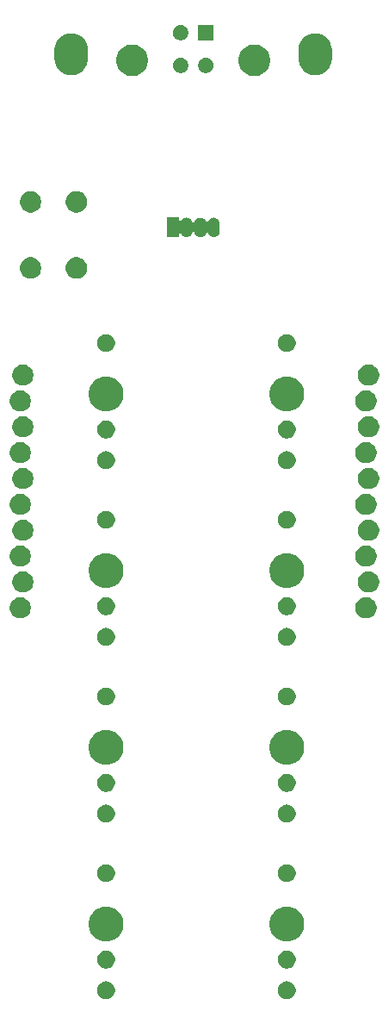
<source format=gbr>
G04 #@! TF.GenerationSoftware,KiCad,Pcbnew,(5.1.2)-2*
G04 #@! TF.CreationDate,2020-04-17T15:22:12-07:00*
G04 #@! TF.ProjectId,jackboard,6a61636b-626f-4617-9264-2e6b69636164,v2*
G04 #@! TF.SameCoordinates,Original*
G04 #@! TF.FileFunction,Soldermask,Top*
G04 #@! TF.FilePolarity,Negative*
%FSLAX46Y46*%
G04 Gerber Fmt 4.6, Leading zero omitted, Abs format (unit mm)*
G04 Created by KiCad (PCBNEW (5.1.2)-2) date 2020-04-17 15:22:12*
%MOMM*%
%LPD*%
G04 APERTURE LIST*
%ADD10C,0.100000*%
G04 APERTURE END LIST*
D10*
G36*
X146380899Y-152080832D02*
G01*
X146465520Y-152097664D01*
X146624942Y-152163699D01*
X146768418Y-152259566D01*
X146890434Y-152381582D01*
X146986301Y-152525058D01*
X147052336Y-152684480D01*
X147086000Y-152853721D01*
X147086000Y-153026279D01*
X147052336Y-153195520D01*
X146986301Y-153354942D01*
X146890434Y-153498418D01*
X146768418Y-153620434D01*
X146624942Y-153716301D01*
X146465520Y-153782336D01*
X146296280Y-153816000D01*
X146123720Y-153816000D01*
X145954480Y-153782336D01*
X145795058Y-153716301D01*
X145651582Y-153620434D01*
X145529566Y-153498418D01*
X145433699Y-153354942D01*
X145367664Y-153195520D01*
X145334000Y-153026279D01*
X145334000Y-152853721D01*
X145367664Y-152684480D01*
X145433699Y-152525058D01*
X145529566Y-152381582D01*
X145651582Y-152259566D01*
X145795058Y-152163699D01*
X145954480Y-152097664D01*
X146039101Y-152080832D01*
X146123720Y-152064000D01*
X146296280Y-152064000D01*
X146380899Y-152080832D01*
X146380899Y-152080832D01*
G37*
G36*
X128600899Y-152080832D02*
G01*
X128685520Y-152097664D01*
X128844942Y-152163699D01*
X128988418Y-152259566D01*
X129110434Y-152381582D01*
X129206301Y-152525058D01*
X129272336Y-152684480D01*
X129306000Y-152853721D01*
X129306000Y-153026279D01*
X129272336Y-153195520D01*
X129206301Y-153354942D01*
X129110434Y-153498418D01*
X128988418Y-153620434D01*
X128844942Y-153716301D01*
X128685520Y-153782336D01*
X128516280Y-153816000D01*
X128343720Y-153816000D01*
X128174480Y-153782336D01*
X128015058Y-153716301D01*
X127871582Y-153620434D01*
X127749566Y-153498418D01*
X127653699Y-153354942D01*
X127587664Y-153195520D01*
X127554000Y-153026279D01*
X127554000Y-152853721D01*
X127587664Y-152684480D01*
X127653699Y-152525058D01*
X127749566Y-152381582D01*
X127871582Y-152259566D01*
X128015058Y-152163699D01*
X128174480Y-152097664D01*
X128259101Y-152080832D01*
X128343720Y-152064000D01*
X128516280Y-152064000D01*
X128600899Y-152080832D01*
X128600899Y-152080832D01*
G37*
G36*
X128685520Y-149097664D02*
G01*
X128844942Y-149163699D01*
X128988418Y-149259566D01*
X129110434Y-149381582D01*
X129206301Y-149525058D01*
X129272336Y-149684480D01*
X129306000Y-149853721D01*
X129306000Y-150026279D01*
X129272336Y-150195520D01*
X129206301Y-150354942D01*
X129110434Y-150498418D01*
X128988418Y-150620434D01*
X128844942Y-150716301D01*
X128685520Y-150782336D01*
X128600899Y-150799168D01*
X128516280Y-150816000D01*
X128343720Y-150816000D01*
X128259101Y-150799168D01*
X128174480Y-150782336D01*
X128015058Y-150716301D01*
X127871582Y-150620434D01*
X127749566Y-150498418D01*
X127653699Y-150354942D01*
X127587664Y-150195520D01*
X127554000Y-150026279D01*
X127554000Y-149853721D01*
X127587664Y-149684480D01*
X127653699Y-149525058D01*
X127749566Y-149381582D01*
X127871582Y-149259566D01*
X128015058Y-149163699D01*
X128174480Y-149097664D01*
X128343720Y-149064000D01*
X128516280Y-149064000D01*
X128685520Y-149097664D01*
X128685520Y-149097664D01*
G37*
G36*
X146465520Y-149097664D02*
G01*
X146624942Y-149163699D01*
X146768418Y-149259566D01*
X146890434Y-149381582D01*
X146986301Y-149525058D01*
X147052336Y-149684480D01*
X147086000Y-149853721D01*
X147086000Y-150026279D01*
X147052336Y-150195520D01*
X146986301Y-150354942D01*
X146890434Y-150498418D01*
X146768418Y-150620434D01*
X146624942Y-150716301D01*
X146465520Y-150782336D01*
X146380899Y-150799168D01*
X146296280Y-150816000D01*
X146123720Y-150816000D01*
X146039101Y-150799168D01*
X145954480Y-150782336D01*
X145795058Y-150716301D01*
X145651582Y-150620434D01*
X145529566Y-150498418D01*
X145433699Y-150354942D01*
X145367664Y-150195520D01*
X145334000Y-150026279D01*
X145334000Y-149853721D01*
X145367664Y-149684480D01*
X145433699Y-149525058D01*
X145529566Y-149381582D01*
X145651582Y-149259566D01*
X145795058Y-149163699D01*
X145954480Y-149097664D01*
X146123720Y-149064000D01*
X146296280Y-149064000D01*
X146465520Y-149097664D01*
X146465520Y-149097664D01*
G37*
G36*
X146541653Y-144772665D02*
G01*
X146705872Y-144805330D01*
X147015252Y-144933479D01*
X147293687Y-145119523D01*
X147530477Y-145356313D01*
X147716521Y-145634748D01*
X147844670Y-145944128D01*
X147910000Y-146272565D01*
X147910000Y-146607435D01*
X147844670Y-146935872D01*
X147716521Y-147245252D01*
X147530477Y-147523687D01*
X147293687Y-147760477D01*
X147015252Y-147946521D01*
X146705872Y-148074670D01*
X146541654Y-148107335D01*
X146377437Y-148140000D01*
X146042563Y-148140000D01*
X145878346Y-148107335D01*
X145714128Y-148074670D01*
X145404748Y-147946521D01*
X145126313Y-147760477D01*
X144889523Y-147523687D01*
X144703479Y-147245252D01*
X144575330Y-146935872D01*
X144510000Y-146607435D01*
X144510000Y-146272565D01*
X144575330Y-145944128D01*
X144703479Y-145634748D01*
X144889523Y-145356313D01*
X145126313Y-145119523D01*
X145404748Y-144933479D01*
X145714128Y-144805330D01*
X145878347Y-144772665D01*
X146042563Y-144740000D01*
X146377437Y-144740000D01*
X146541653Y-144772665D01*
X146541653Y-144772665D01*
G37*
G36*
X128761653Y-144772665D02*
G01*
X128925872Y-144805330D01*
X129235252Y-144933479D01*
X129513687Y-145119523D01*
X129750477Y-145356313D01*
X129936521Y-145634748D01*
X130064670Y-145944128D01*
X130130000Y-146272565D01*
X130130000Y-146607435D01*
X130064670Y-146935872D01*
X129936521Y-147245252D01*
X129750477Y-147523687D01*
X129513687Y-147760477D01*
X129235252Y-147946521D01*
X128925872Y-148074670D01*
X128761654Y-148107335D01*
X128597437Y-148140000D01*
X128262563Y-148140000D01*
X128098346Y-148107335D01*
X127934128Y-148074670D01*
X127624748Y-147946521D01*
X127346313Y-147760477D01*
X127109523Y-147523687D01*
X126923479Y-147245252D01*
X126795330Y-146935872D01*
X126730000Y-146607435D01*
X126730000Y-146272565D01*
X126795330Y-145944128D01*
X126923479Y-145634748D01*
X127109523Y-145356313D01*
X127346313Y-145119523D01*
X127624748Y-144933479D01*
X127934128Y-144805330D01*
X128098347Y-144772665D01*
X128262563Y-144740000D01*
X128597437Y-144740000D01*
X128761653Y-144772665D01*
X128761653Y-144772665D01*
G37*
G36*
X128685520Y-140597664D02*
G01*
X128844942Y-140663699D01*
X128988418Y-140759566D01*
X129110434Y-140881582D01*
X129206301Y-141025058D01*
X129272336Y-141184480D01*
X129306000Y-141353721D01*
X129306000Y-141526279D01*
X129272336Y-141695520D01*
X129206301Y-141854942D01*
X129110434Y-141998418D01*
X128988418Y-142120434D01*
X128844942Y-142216301D01*
X128685520Y-142282336D01*
X128516280Y-142316000D01*
X128343720Y-142316000D01*
X128174480Y-142282336D01*
X128015058Y-142216301D01*
X127871582Y-142120434D01*
X127749566Y-141998418D01*
X127653699Y-141854942D01*
X127587664Y-141695520D01*
X127554000Y-141526279D01*
X127554000Y-141353721D01*
X127587664Y-141184480D01*
X127653699Y-141025058D01*
X127749566Y-140881582D01*
X127871582Y-140759566D01*
X128015058Y-140663699D01*
X128174480Y-140597664D01*
X128343720Y-140564000D01*
X128516280Y-140564000D01*
X128685520Y-140597664D01*
X128685520Y-140597664D01*
G37*
G36*
X146465520Y-140597664D02*
G01*
X146624942Y-140663699D01*
X146768418Y-140759566D01*
X146890434Y-140881582D01*
X146986301Y-141025058D01*
X147052336Y-141184480D01*
X147086000Y-141353721D01*
X147086000Y-141526279D01*
X147052336Y-141695520D01*
X146986301Y-141854942D01*
X146890434Y-141998418D01*
X146768418Y-142120434D01*
X146624942Y-142216301D01*
X146465520Y-142282336D01*
X146296280Y-142316000D01*
X146123720Y-142316000D01*
X145954480Y-142282336D01*
X145795058Y-142216301D01*
X145651582Y-142120434D01*
X145529566Y-141998418D01*
X145433699Y-141854942D01*
X145367664Y-141695520D01*
X145334000Y-141526279D01*
X145334000Y-141353721D01*
X145367664Y-141184480D01*
X145433699Y-141025058D01*
X145529566Y-140881582D01*
X145651582Y-140759566D01*
X145795058Y-140663699D01*
X145954480Y-140597664D01*
X146123720Y-140564000D01*
X146296280Y-140564000D01*
X146465520Y-140597664D01*
X146465520Y-140597664D01*
G37*
G36*
X146380899Y-134724164D02*
G01*
X146465520Y-134740996D01*
X146624942Y-134807031D01*
X146768418Y-134902898D01*
X146890434Y-135024914D01*
X146986301Y-135168390D01*
X147052336Y-135327812D01*
X147086000Y-135497053D01*
X147086000Y-135669611D01*
X147052336Y-135838852D01*
X146986301Y-135998274D01*
X146890434Y-136141750D01*
X146768418Y-136263766D01*
X146624942Y-136359633D01*
X146465520Y-136425668D01*
X146380899Y-136442500D01*
X146296280Y-136459332D01*
X146123720Y-136459332D01*
X146039101Y-136442500D01*
X145954480Y-136425668D01*
X145795058Y-136359633D01*
X145651582Y-136263766D01*
X145529566Y-136141750D01*
X145433699Y-135998274D01*
X145367664Y-135838852D01*
X145334000Y-135669611D01*
X145334000Y-135497053D01*
X145367664Y-135327812D01*
X145433699Y-135168390D01*
X145529566Y-135024914D01*
X145651582Y-134902898D01*
X145795058Y-134807031D01*
X145954480Y-134740996D01*
X146039101Y-134724164D01*
X146123720Y-134707332D01*
X146296280Y-134707332D01*
X146380899Y-134724164D01*
X146380899Y-134724164D01*
G37*
G36*
X128600899Y-134724164D02*
G01*
X128685520Y-134740996D01*
X128844942Y-134807031D01*
X128988418Y-134902898D01*
X129110434Y-135024914D01*
X129206301Y-135168390D01*
X129272336Y-135327812D01*
X129306000Y-135497053D01*
X129306000Y-135669611D01*
X129272336Y-135838852D01*
X129206301Y-135998274D01*
X129110434Y-136141750D01*
X128988418Y-136263766D01*
X128844942Y-136359633D01*
X128685520Y-136425668D01*
X128600899Y-136442500D01*
X128516280Y-136459332D01*
X128343720Y-136459332D01*
X128259101Y-136442500D01*
X128174480Y-136425668D01*
X128015058Y-136359633D01*
X127871582Y-136263766D01*
X127749566Y-136141750D01*
X127653699Y-135998274D01*
X127587664Y-135838852D01*
X127554000Y-135669611D01*
X127554000Y-135497053D01*
X127587664Y-135327812D01*
X127653699Y-135168390D01*
X127749566Y-135024914D01*
X127871582Y-134902898D01*
X128015058Y-134807031D01*
X128174480Y-134740996D01*
X128259101Y-134724164D01*
X128343720Y-134707332D01*
X128516280Y-134707332D01*
X128600899Y-134724164D01*
X128600899Y-134724164D01*
G37*
G36*
X146380899Y-131724164D02*
G01*
X146465520Y-131740996D01*
X146624942Y-131807031D01*
X146768418Y-131902898D01*
X146890434Y-132024914D01*
X146986301Y-132168390D01*
X147052336Y-132327812D01*
X147086000Y-132497053D01*
X147086000Y-132669611D01*
X147052336Y-132838852D01*
X146986301Y-132998274D01*
X146890434Y-133141750D01*
X146768418Y-133263766D01*
X146624942Y-133359633D01*
X146465520Y-133425668D01*
X146380899Y-133442500D01*
X146296280Y-133459332D01*
X146123720Y-133459332D01*
X146039101Y-133442500D01*
X145954480Y-133425668D01*
X145795058Y-133359633D01*
X145651582Y-133263766D01*
X145529566Y-133141750D01*
X145433699Y-132998274D01*
X145367664Y-132838852D01*
X145334000Y-132669611D01*
X145334000Y-132497053D01*
X145367664Y-132327812D01*
X145433699Y-132168390D01*
X145529566Y-132024914D01*
X145651582Y-131902898D01*
X145795058Y-131807031D01*
X145954480Y-131740996D01*
X146039101Y-131724164D01*
X146123720Y-131707332D01*
X146296280Y-131707332D01*
X146380899Y-131724164D01*
X146380899Y-131724164D01*
G37*
G36*
X128600899Y-131724164D02*
G01*
X128685520Y-131740996D01*
X128844942Y-131807031D01*
X128988418Y-131902898D01*
X129110434Y-132024914D01*
X129206301Y-132168390D01*
X129272336Y-132327812D01*
X129306000Y-132497053D01*
X129306000Y-132669611D01*
X129272336Y-132838852D01*
X129206301Y-132998274D01*
X129110434Y-133141750D01*
X128988418Y-133263766D01*
X128844942Y-133359633D01*
X128685520Y-133425668D01*
X128600899Y-133442500D01*
X128516280Y-133459332D01*
X128343720Y-133459332D01*
X128259101Y-133442500D01*
X128174480Y-133425668D01*
X128015058Y-133359633D01*
X127871582Y-133263766D01*
X127749566Y-133141750D01*
X127653699Y-132998274D01*
X127587664Y-132838852D01*
X127554000Y-132669611D01*
X127554000Y-132497053D01*
X127587664Y-132327812D01*
X127653699Y-132168390D01*
X127749566Y-132024914D01*
X127871582Y-131902898D01*
X128015058Y-131807031D01*
X128174480Y-131740996D01*
X128259101Y-131724164D01*
X128343720Y-131707332D01*
X128516280Y-131707332D01*
X128600899Y-131724164D01*
X128600899Y-131724164D01*
G37*
G36*
X128761653Y-127415997D02*
G01*
X128925872Y-127448662D01*
X129235252Y-127576811D01*
X129513687Y-127762855D01*
X129750477Y-127999645D01*
X129936521Y-128278080D01*
X130064670Y-128587460D01*
X130130000Y-128915897D01*
X130130000Y-129250767D01*
X130064670Y-129579204D01*
X129936521Y-129888584D01*
X129750477Y-130167019D01*
X129513687Y-130403809D01*
X129235252Y-130589853D01*
X128925872Y-130718002D01*
X128761653Y-130750667D01*
X128597437Y-130783332D01*
X128262563Y-130783332D01*
X128098347Y-130750667D01*
X127934128Y-130718002D01*
X127624748Y-130589853D01*
X127346313Y-130403809D01*
X127109523Y-130167019D01*
X126923479Y-129888584D01*
X126795330Y-129579204D01*
X126730000Y-129250767D01*
X126730000Y-128915897D01*
X126795330Y-128587460D01*
X126923479Y-128278080D01*
X127109523Y-127999645D01*
X127346313Y-127762855D01*
X127624748Y-127576811D01*
X127934128Y-127448662D01*
X128098347Y-127415997D01*
X128262563Y-127383332D01*
X128597437Y-127383332D01*
X128761653Y-127415997D01*
X128761653Y-127415997D01*
G37*
G36*
X146541653Y-127415997D02*
G01*
X146705872Y-127448662D01*
X147015252Y-127576811D01*
X147293687Y-127762855D01*
X147530477Y-127999645D01*
X147716521Y-128278080D01*
X147844670Y-128587460D01*
X147910000Y-128915897D01*
X147910000Y-129250767D01*
X147844670Y-129579204D01*
X147716521Y-129888584D01*
X147530477Y-130167019D01*
X147293687Y-130403809D01*
X147015252Y-130589853D01*
X146705872Y-130718002D01*
X146541653Y-130750667D01*
X146377437Y-130783332D01*
X146042563Y-130783332D01*
X145878347Y-130750667D01*
X145714128Y-130718002D01*
X145404748Y-130589853D01*
X145126313Y-130403809D01*
X144889523Y-130167019D01*
X144703479Y-129888584D01*
X144575330Y-129579204D01*
X144510000Y-129250767D01*
X144510000Y-128915897D01*
X144575330Y-128587460D01*
X144703479Y-128278080D01*
X144889523Y-127999645D01*
X145126313Y-127762855D01*
X145404748Y-127576811D01*
X145714128Y-127448662D01*
X145878347Y-127415997D01*
X146042563Y-127383332D01*
X146377437Y-127383332D01*
X146541653Y-127415997D01*
X146541653Y-127415997D01*
G37*
G36*
X128685520Y-123240996D02*
G01*
X128844942Y-123307031D01*
X128988418Y-123402898D01*
X129110434Y-123524914D01*
X129206301Y-123668390D01*
X129272336Y-123827812D01*
X129306000Y-123997053D01*
X129306000Y-124169611D01*
X129272336Y-124338852D01*
X129206301Y-124498274D01*
X129110434Y-124641750D01*
X128988418Y-124763766D01*
X128844942Y-124859633D01*
X128685520Y-124925668D01*
X128600899Y-124942500D01*
X128516280Y-124959332D01*
X128343720Y-124959332D01*
X128259101Y-124942500D01*
X128174480Y-124925668D01*
X128015058Y-124859633D01*
X127871582Y-124763766D01*
X127749566Y-124641750D01*
X127653699Y-124498274D01*
X127587664Y-124338852D01*
X127554000Y-124169611D01*
X127554000Y-123997053D01*
X127587664Y-123827812D01*
X127653699Y-123668390D01*
X127749566Y-123524914D01*
X127871582Y-123402898D01*
X128015058Y-123307031D01*
X128174480Y-123240996D01*
X128343720Y-123207332D01*
X128516280Y-123207332D01*
X128685520Y-123240996D01*
X128685520Y-123240996D01*
G37*
G36*
X146465520Y-123240996D02*
G01*
X146624942Y-123307031D01*
X146768418Y-123402898D01*
X146890434Y-123524914D01*
X146986301Y-123668390D01*
X147052336Y-123827812D01*
X147086000Y-123997053D01*
X147086000Y-124169611D01*
X147052336Y-124338852D01*
X146986301Y-124498274D01*
X146890434Y-124641750D01*
X146768418Y-124763766D01*
X146624942Y-124859633D01*
X146465520Y-124925668D01*
X146380899Y-124942500D01*
X146296280Y-124959332D01*
X146123720Y-124959332D01*
X146039101Y-124942500D01*
X145954480Y-124925668D01*
X145795058Y-124859633D01*
X145651582Y-124763766D01*
X145529566Y-124641750D01*
X145433699Y-124498274D01*
X145367664Y-124338852D01*
X145334000Y-124169611D01*
X145334000Y-123997053D01*
X145367664Y-123827812D01*
X145433699Y-123668390D01*
X145529566Y-123524914D01*
X145651582Y-123402898D01*
X145795058Y-123307031D01*
X145954480Y-123240996D01*
X146123720Y-123207332D01*
X146296280Y-123207332D01*
X146465520Y-123240996D01*
X146465520Y-123240996D01*
G37*
G36*
X128600899Y-117367498D02*
G01*
X128685520Y-117384330D01*
X128844942Y-117450365D01*
X128988418Y-117546232D01*
X129110434Y-117668248D01*
X129206301Y-117811724D01*
X129272336Y-117971146D01*
X129306000Y-118140387D01*
X129306000Y-118312945D01*
X129272336Y-118482186D01*
X129206301Y-118641608D01*
X129110434Y-118785084D01*
X128988418Y-118907100D01*
X128844942Y-119002967D01*
X128685520Y-119069002D01*
X128600899Y-119085834D01*
X128516280Y-119102666D01*
X128343720Y-119102666D01*
X128259101Y-119085834D01*
X128174480Y-119069002D01*
X128015058Y-119002967D01*
X127871582Y-118907100D01*
X127749566Y-118785084D01*
X127653699Y-118641608D01*
X127587664Y-118482186D01*
X127554000Y-118312945D01*
X127554000Y-118140387D01*
X127587664Y-117971146D01*
X127653699Y-117811724D01*
X127749566Y-117668248D01*
X127871582Y-117546232D01*
X128015058Y-117450365D01*
X128174480Y-117384330D01*
X128259101Y-117367498D01*
X128343720Y-117350666D01*
X128516280Y-117350666D01*
X128600899Y-117367498D01*
X128600899Y-117367498D01*
G37*
G36*
X146380899Y-117367498D02*
G01*
X146465520Y-117384330D01*
X146624942Y-117450365D01*
X146768418Y-117546232D01*
X146890434Y-117668248D01*
X146986301Y-117811724D01*
X147052336Y-117971146D01*
X147086000Y-118140387D01*
X147086000Y-118312945D01*
X147052336Y-118482186D01*
X146986301Y-118641608D01*
X146890434Y-118785084D01*
X146768418Y-118907100D01*
X146624942Y-119002967D01*
X146465520Y-119069002D01*
X146380899Y-119085834D01*
X146296280Y-119102666D01*
X146123720Y-119102666D01*
X146039101Y-119085834D01*
X145954480Y-119069002D01*
X145795058Y-119002967D01*
X145651582Y-118907100D01*
X145529566Y-118785084D01*
X145433699Y-118641608D01*
X145367664Y-118482186D01*
X145334000Y-118312945D01*
X145334000Y-118140387D01*
X145367664Y-117971146D01*
X145433699Y-117811724D01*
X145529566Y-117668248D01*
X145651582Y-117546232D01*
X145795058Y-117450365D01*
X145954480Y-117384330D01*
X146039101Y-117367498D01*
X146123720Y-117350666D01*
X146296280Y-117350666D01*
X146380899Y-117367498D01*
X146380899Y-117367498D01*
G37*
G36*
X154300965Y-114378220D02*
G01*
X154475139Y-114450365D01*
X154490488Y-114456723D01*
X154661054Y-114570692D01*
X154806108Y-114715746D01*
X154920077Y-114886312D01*
X154998580Y-115075835D01*
X155038600Y-115277031D01*
X155038600Y-115482169D01*
X154998580Y-115683365D01*
X154920077Y-115872888D01*
X154806108Y-116043454D01*
X154661054Y-116188508D01*
X154490488Y-116302477D01*
X154490487Y-116302478D01*
X154490486Y-116302478D01*
X154300965Y-116380980D01*
X154099770Y-116421000D01*
X153894630Y-116421000D01*
X153693435Y-116380980D01*
X153503914Y-116302478D01*
X153503913Y-116302478D01*
X153503912Y-116302477D01*
X153333346Y-116188508D01*
X153188292Y-116043454D01*
X153074323Y-115872888D01*
X152995820Y-115683365D01*
X152955800Y-115482169D01*
X152955800Y-115277031D01*
X152995820Y-115075835D01*
X153074323Y-114886312D01*
X153188292Y-114715746D01*
X153333346Y-114570692D01*
X153503912Y-114456723D01*
X153519262Y-114450365D01*
X153693435Y-114378220D01*
X153894630Y-114338200D01*
X154099770Y-114338200D01*
X154300965Y-114378220D01*
X154300965Y-114378220D01*
G37*
G36*
X120300965Y-114378220D02*
G01*
X120475139Y-114450365D01*
X120490488Y-114456723D01*
X120661054Y-114570692D01*
X120806108Y-114715746D01*
X120920077Y-114886312D01*
X120998580Y-115075835D01*
X121038600Y-115277031D01*
X121038600Y-115482169D01*
X120998580Y-115683365D01*
X120920077Y-115872888D01*
X120806108Y-116043454D01*
X120661054Y-116188508D01*
X120490488Y-116302477D01*
X120490487Y-116302478D01*
X120490486Y-116302478D01*
X120300965Y-116380980D01*
X120099770Y-116421000D01*
X119894630Y-116421000D01*
X119693435Y-116380980D01*
X119503914Y-116302478D01*
X119503913Y-116302478D01*
X119503912Y-116302477D01*
X119333346Y-116188508D01*
X119188292Y-116043454D01*
X119074323Y-115872888D01*
X118995820Y-115683365D01*
X118955800Y-115482169D01*
X118955800Y-115277031D01*
X118995820Y-115075835D01*
X119074323Y-114886312D01*
X119188292Y-114715746D01*
X119333346Y-114570692D01*
X119503912Y-114456723D01*
X119519262Y-114450365D01*
X119693435Y-114378220D01*
X119894630Y-114338200D01*
X120099770Y-114338200D01*
X120300965Y-114378220D01*
X120300965Y-114378220D01*
G37*
G36*
X146380899Y-114367498D02*
G01*
X146465520Y-114384330D01*
X146624942Y-114450365D01*
X146768418Y-114546232D01*
X146890434Y-114668248D01*
X146986301Y-114811724D01*
X147052336Y-114971146D01*
X147086000Y-115140387D01*
X147086000Y-115312945D01*
X147052336Y-115482186D01*
X146986301Y-115641608D01*
X146890434Y-115785084D01*
X146768418Y-115907100D01*
X146624942Y-116002967D01*
X146465520Y-116069002D01*
X146380899Y-116085834D01*
X146296280Y-116102666D01*
X146123720Y-116102666D01*
X146039101Y-116085834D01*
X145954480Y-116069002D01*
X145795058Y-116002967D01*
X145651582Y-115907100D01*
X145529566Y-115785084D01*
X145433699Y-115641608D01*
X145367664Y-115482186D01*
X145334000Y-115312945D01*
X145334000Y-115140387D01*
X145367664Y-114971146D01*
X145433699Y-114811724D01*
X145529566Y-114668248D01*
X145651582Y-114546232D01*
X145795058Y-114450365D01*
X145954480Y-114384330D01*
X146039101Y-114367498D01*
X146123720Y-114350666D01*
X146296280Y-114350666D01*
X146380899Y-114367498D01*
X146380899Y-114367498D01*
G37*
G36*
X128600899Y-114367498D02*
G01*
X128685520Y-114384330D01*
X128844942Y-114450365D01*
X128988418Y-114546232D01*
X129110434Y-114668248D01*
X129206301Y-114811724D01*
X129272336Y-114971146D01*
X129306000Y-115140387D01*
X129306000Y-115312945D01*
X129272336Y-115482186D01*
X129206301Y-115641608D01*
X129110434Y-115785084D01*
X128988418Y-115907100D01*
X128844942Y-116002967D01*
X128685520Y-116069002D01*
X128600899Y-116085834D01*
X128516280Y-116102666D01*
X128343720Y-116102666D01*
X128259101Y-116085834D01*
X128174480Y-116069002D01*
X128015058Y-116002967D01*
X127871582Y-115907100D01*
X127749566Y-115785084D01*
X127653699Y-115641608D01*
X127587664Y-115482186D01*
X127554000Y-115312945D01*
X127554000Y-115140387D01*
X127587664Y-114971146D01*
X127653699Y-114811724D01*
X127749566Y-114668248D01*
X127871582Y-114546232D01*
X128015058Y-114450365D01*
X128174480Y-114384330D01*
X128259101Y-114367498D01*
X128343720Y-114350666D01*
X128516280Y-114350666D01*
X128600899Y-114367498D01*
X128600899Y-114367498D01*
G37*
G36*
X154554965Y-111838220D02*
G01*
X154689879Y-111894103D01*
X154744488Y-111916723D01*
X154915054Y-112030692D01*
X155060108Y-112175746D01*
X155174077Y-112346312D01*
X155252580Y-112535835D01*
X155292600Y-112737031D01*
X155292600Y-112942169D01*
X155252580Y-113143365D01*
X155174077Y-113332888D01*
X155060108Y-113503454D01*
X154915054Y-113648508D01*
X154744488Y-113762477D01*
X154744487Y-113762478D01*
X154744486Y-113762478D01*
X154554965Y-113840980D01*
X154353770Y-113881000D01*
X154148630Y-113881000D01*
X153947435Y-113840980D01*
X153757914Y-113762478D01*
X153757913Y-113762478D01*
X153757912Y-113762477D01*
X153587346Y-113648508D01*
X153442292Y-113503454D01*
X153328323Y-113332888D01*
X153249820Y-113143365D01*
X153209800Y-112942169D01*
X153209800Y-112737031D01*
X153249820Y-112535835D01*
X153328323Y-112346312D01*
X153442292Y-112175746D01*
X153587346Y-112030692D01*
X153757912Y-111916723D01*
X153812522Y-111894103D01*
X153947435Y-111838220D01*
X154148630Y-111798200D01*
X154353770Y-111798200D01*
X154554965Y-111838220D01*
X154554965Y-111838220D01*
G37*
G36*
X120554965Y-111838220D02*
G01*
X120689879Y-111894103D01*
X120744488Y-111916723D01*
X120915054Y-112030692D01*
X121060108Y-112175746D01*
X121174077Y-112346312D01*
X121252580Y-112535835D01*
X121292600Y-112737031D01*
X121292600Y-112942169D01*
X121252580Y-113143365D01*
X121174077Y-113332888D01*
X121060108Y-113503454D01*
X120915054Y-113648508D01*
X120744488Y-113762477D01*
X120744487Y-113762478D01*
X120744486Y-113762478D01*
X120554965Y-113840980D01*
X120353770Y-113881000D01*
X120148630Y-113881000D01*
X119947435Y-113840980D01*
X119757914Y-113762478D01*
X119757913Y-113762478D01*
X119757912Y-113762477D01*
X119587346Y-113648508D01*
X119442292Y-113503454D01*
X119328323Y-113332888D01*
X119249820Y-113143365D01*
X119209800Y-112942169D01*
X119209800Y-112737031D01*
X119249820Y-112535835D01*
X119328323Y-112346312D01*
X119442292Y-112175746D01*
X119587346Y-112030692D01*
X119757912Y-111916723D01*
X119812522Y-111894103D01*
X119947435Y-111838220D01*
X120148630Y-111798200D01*
X120353770Y-111798200D01*
X120554965Y-111838220D01*
X120554965Y-111838220D01*
G37*
G36*
X146541654Y-110059331D02*
G01*
X146705872Y-110091996D01*
X147015252Y-110220145D01*
X147293687Y-110406189D01*
X147530477Y-110642979D01*
X147716521Y-110921414D01*
X147844670Y-111230794D01*
X147844670Y-111230796D01*
X147910000Y-111559229D01*
X147910000Y-111894103D01*
X147877335Y-112058320D01*
X147844670Y-112222538D01*
X147716521Y-112531918D01*
X147530477Y-112810353D01*
X147293687Y-113047143D01*
X147015252Y-113233187D01*
X146705872Y-113361336D01*
X146541653Y-113394001D01*
X146377437Y-113426666D01*
X146042563Y-113426666D01*
X145878347Y-113394001D01*
X145714128Y-113361336D01*
X145404748Y-113233187D01*
X145126313Y-113047143D01*
X144889523Y-112810353D01*
X144703479Y-112531918D01*
X144575330Y-112222538D01*
X144542665Y-112058320D01*
X144510000Y-111894103D01*
X144510000Y-111559229D01*
X144575330Y-111230796D01*
X144575330Y-111230794D01*
X144703479Y-110921414D01*
X144889523Y-110642979D01*
X145126313Y-110406189D01*
X145404748Y-110220145D01*
X145714128Y-110091996D01*
X145878346Y-110059331D01*
X146042563Y-110026666D01*
X146377437Y-110026666D01*
X146541654Y-110059331D01*
X146541654Y-110059331D01*
G37*
G36*
X128761654Y-110059331D02*
G01*
X128925872Y-110091996D01*
X129235252Y-110220145D01*
X129513687Y-110406189D01*
X129750477Y-110642979D01*
X129936521Y-110921414D01*
X130064670Y-111230794D01*
X130064670Y-111230796D01*
X130130000Y-111559229D01*
X130130000Y-111894103D01*
X130097335Y-112058320D01*
X130064670Y-112222538D01*
X129936521Y-112531918D01*
X129750477Y-112810353D01*
X129513687Y-113047143D01*
X129235252Y-113233187D01*
X128925872Y-113361336D01*
X128761653Y-113394001D01*
X128597437Y-113426666D01*
X128262563Y-113426666D01*
X128098347Y-113394001D01*
X127934128Y-113361336D01*
X127624748Y-113233187D01*
X127346313Y-113047143D01*
X127109523Y-112810353D01*
X126923479Y-112531918D01*
X126795330Y-112222538D01*
X126762665Y-112058320D01*
X126730000Y-111894103D01*
X126730000Y-111559229D01*
X126795330Y-111230796D01*
X126795330Y-111230794D01*
X126923479Y-110921414D01*
X127109523Y-110642979D01*
X127346313Y-110406189D01*
X127624748Y-110220145D01*
X127934128Y-110091996D01*
X128098346Y-110059331D01*
X128262563Y-110026666D01*
X128597437Y-110026666D01*
X128761654Y-110059331D01*
X128761654Y-110059331D01*
G37*
G36*
X154300965Y-109298220D02*
G01*
X154490488Y-109376723D01*
X154661054Y-109490692D01*
X154806108Y-109635746D01*
X154806109Y-109635748D01*
X154920078Y-109806314D01*
X154998580Y-109995835D01*
X155038600Y-110197030D01*
X155038600Y-110402170D01*
X155037800Y-110406190D01*
X154998580Y-110603365D01*
X154920077Y-110792888D01*
X154806108Y-110963454D01*
X154661054Y-111108508D01*
X154490488Y-111222477D01*
X154490487Y-111222478D01*
X154490486Y-111222478D01*
X154300965Y-111300980D01*
X154099770Y-111341000D01*
X153894630Y-111341000D01*
X153693435Y-111300980D01*
X153503914Y-111222478D01*
X153503913Y-111222478D01*
X153503912Y-111222477D01*
X153333346Y-111108508D01*
X153188292Y-110963454D01*
X153074323Y-110792888D01*
X152995820Y-110603365D01*
X152956600Y-110406190D01*
X152955800Y-110402170D01*
X152955800Y-110197030D01*
X152995820Y-109995835D01*
X153074322Y-109806314D01*
X153188291Y-109635748D01*
X153188292Y-109635746D01*
X153333346Y-109490692D01*
X153503912Y-109376723D01*
X153693435Y-109298220D01*
X153894630Y-109258200D01*
X154099770Y-109258200D01*
X154300965Y-109298220D01*
X154300965Y-109298220D01*
G37*
G36*
X120300965Y-109298220D02*
G01*
X120490488Y-109376723D01*
X120661054Y-109490692D01*
X120806108Y-109635746D01*
X120806109Y-109635748D01*
X120920078Y-109806314D01*
X120998580Y-109995835D01*
X121038600Y-110197030D01*
X121038600Y-110402170D01*
X121037800Y-110406190D01*
X120998580Y-110603365D01*
X120920077Y-110792888D01*
X120806108Y-110963454D01*
X120661054Y-111108508D01*
X120490488Y-111222477D01*
X120490487Y-111222478D01*
X120490486Y-111222478D01*
X120300965Y-111300980D01*
X120099770Y-111341000D01*
X119894630Y-111341000D01*
X119693435Y-111300980D01*
X119503914Y-111222478D01*
X119503913Y-111222478D01*
X119503912Y-111222477D01*
X119333346Y-111108508D01*
X119188292Y-110963454D01*
X119074323Y-110792888D01*
X118995820Y-110603365D01*
X118956600Y-110406190D01*
X118955800Y-110402170D01*
X118955800Y-110197030D01*
X118995820Y-109995835D01*
X119074322Y-109806314D01*
X119188291Y-109635748D01*
X119188292Y-109635746D01*
X119333346Y-109490692D01*
X119503912Y-109376723D01*
X119693435Y-109298220D01*
X119894630Y-109258200D01*
X120099770Y-109258200D01*
X120300965Y-109298220D01*
X120300965Y-109298220D01*
G37*
G36*
X120554965Y-106758220D02*
G01*
X120687086Y-106812946D01*
X120744488Y-106836723D01*
X120915054Y-106950692D01*
X121060108Y-107095746D01*
X121090752Y-107141608D01*
X121174078Y-107266314D01*
X121181853Y-107285084D01*
X121252580Y-107455835D01*
X121292600Y-107657031D01*
X121292600Y-107862169D01*
X121252580Y-108063365D01*
X121174077Y-108252888D01*
X121060108Y-108423454D01*
X120915054Y-108568508D01*
X120744488Y-108682477D01*
X120744487Y-108682478D01*
X120744486Y-108682478D01*
X120554965Y-108760980D01*
X120353770Y-108801000D01*
X120148630Y-108801000D01*
X119947435Y-108760980D01*
X119757914Y-108682478D01*
X119757913Y-108682478D01*
X119757912Y-108682477D01*
X119587346Y-108568508D01*
X119442292Y-108423454D01*
X119328323Y-108252888D01*
X119249820Y-108063365D01*
X119209800Y-107862169D01*
X119209800Y-107657031D01*
X119249820Y-107455835D01*
X119320547Y-107285084D01*
X119328322Y-107266314D01*
X119411648Y-107141608D01*
X119442292Y-107095746D01*
X119587346Y-106950692D01*
X119757912Y-106836723D01*
X119815315Y-106812946D01*
X119947435Y-106758220D01*
X120148630Y-106718200D01*
X120353770Y-106718200D01*
X120554965Y-106758220D01*
X120554965Y-106758220D01*
G37*
G36*
X154554965Y-106758220D02*
G01*
X154687086Y-106812946D01*
X154744488Y-106836723D01*
X154915054Y-106950692D01*
X155060108Y-107095746D01*
X155090752Y-107141608D01*
X155174078Y-107266314D01*
X155181853Y-107285084D01*
X155252580Y-107455835D01*
X155292600Y-107657031D01*
X155292600Y-107862169D01*
X155252580Y-108063365D01*
X155174077Y-108252888D01*
X155060108Y-108423454D01*
X154915054Y-108568508D01*
X154744488Y-108682477D01*
X154744487Y-108682478D01*
X154744486Y-108682478D01*
X154554965Y-108760980D01*
X154353770Y-108801000D01*
X154148630Y-108801000D01*
X153947435Y-108760980D01*
X153757914Y-108682478D01*
X153757913Y-108682478D01*
X153757912Y-108682477D01*
X153587346Y-108568508D01*
X153442292Y-108423454D01*
X153328323Y-108252888D01*
X153249820Y-108063365D01*
X153209800Y-107862169D01*
X153209800Y-107657031D01*
X153249820Y-107455835D01*
X153320547Y-107285084D01*
X153328322Y-107266314D01*
X153411648Y-107141608D01*
X153442292Y-107095746D01*
X153587346Y-106950692D01*
X153757912Y-106836723D01*
X153815315Y-106812946D01*
X153947435Y-106758220D01*
X154148630Y-106718200D01*
X154353770Y-106718200D01*
X154554965Y-106758220D01*
X154554965Y-106758220D01*
G37*
G36*
X146380899Y-105867498D02*
G01*
X146465520Y-105884330D01*
X146624942Y-105950365D01*
X146768418Y-106046232D01*
X146890434Y-106168248D01*
X146986301Y-106311724D01*
X147052336Y-106471146D01*
X147052336Y-106471147D01*
X147086000Y-106640386D01*
X147086000Y-106812946D01*
X147081270Y-106836723D01*
X147052336Y-106982186D01*
X146986301Y-107141608D01*
X146890434Y-107285084D01*
X146768418Y-107407100D01*
X146624942Y-107502967D01*
X146465520Y-107569002D01*
X146296280Y-107602666D01*
X146123720Y-107602666D01*
X145954480Y-107569002D01*
X145795058Y-107502967D01*
X145651582Y-107407100D01*
X145529566Y-107285084D01*
X145433699Y-107141608D01*
X145367664Y-106982186D01*
X145338730Y-106836723D01*
X145334000Y-106812946D01*
X145334000Y-106640386D01*
X145367664Y-106471147D01*
X145367664Y-106471146D01*
X145433699Y-106311724D01*
X145529566Y-106168248D01*
X145651582Y-106046232D01*
X145795058Y-105950365D01*
X145954480Y-105884330D01*
X146039101Y-105867498D01*
X146123720Y-105850666D01*
X146296280Y-105850666D01*
X146380899Y-105867498D01*
X146380899Y-105867498D01*
G37*
G36*
X128600899Y-105867498D02*
G01*
X128685520Y-105884330D01*
X128844942Y-105950365D01*
X128988418Y-106046232D01*
X129110434Y-106168248D01*
X129206301Y-106311724D01*
X129272336Y-106471146D01*
X129272336Y-106471147D01*
X129306000Y-106640386D01*
X129306000Y-106812946D01*
X129301270Y-106836723D01*
X129272336Y-106982186D01*
X129206301Y-107141608D01*
X129110434Y-107285084D01*
X128988418Y-107407100D01*
X128844942Y-107502967D01*
X128685520Y-107569002D01*
X128516280Y-107602666D01*
X128343720Y-107602666D01*
X128174480Y-107569002D01*
X128015058Y-107502967D01*
X127871582Y-107407100D01*
X127749566Y-107285084D01*
X127653699Y-107141608D01*
X127587664Y-106982186D01*
X127558730Y-106836723D01*
X127554000Y-106812946D01*
X127554000Y-106640386D01*
X127587664Y-106471147D01*
X127587664Y-106471146D01*
X127653699Y-106311724D01*
X127749566Y-106168248D01*
X127871582Y-106046232D01*
X128015058Y-105950365D01*
X128174480Y-105884330D01*
X128259101Y-105867498D01*
X128343720Y-105850666D01*
X128516280Y-105850666D01*
X128600899Y-105867498D01*
X128600899Y-105867498D01*
G37*
G36*
X154300965Y-104218220D02*
G01*
X154490488Y-104296723D01*
X154661054Y-104410692D01*
X154806108Y-104555746D01*
X154920077Y-104726312D01*
X154998580Y-104915835D01*
X155038600Y-105117031D01*
X155038600Y-105322169D01*
X154998580Y-105523365D01*
X154920077Y-105712888D01*
X154806108Y-105883454D01*
X154661054Y-106028508D01*
X154490488Y-106142477D01*
X154490487Y-106142478D01*
X154490486Y-106142478D01*
X154300965Y-106220980D01*
X154099770Y-106261000D01*
X153894630Y-106261000D01*
X153693435Y-106220980D01*
X153503914Y-106142478D01*
X153503913Y-106142478D01*
X153503912Y-106142477D01*
X153333346Y-106028508D01*
X153188292Y-105883454D01*
X153074323Y-105712888D01*
X152995820Y-105523365D01*
X152955800Y-105322169D01*
X152955800Y-105117031D01*
X152995820Y-104915835D01*
X153074323Y-104726312D01*
X153188292Y-104555746D01*
X153333346Y-104410692D01*
X153503912Y-104296723D01*
X153693435Y-104218220D01*
X153894630Y-104178200D01*
X154099770Y-104178200D01*
X154300965Y-104218220D01*
X154300965Y-104218220D01*
G37*
G36*
X120300965Y-104218220D02*
G01*
X120490488Y-104296723D01*
X120661054Y-104410692D01*
X120806108Y-104555746D01*
X120920077Y-104726312D01*
X120998580Y-104915835D01*
X121038600Y-105117031D01*
X121038600Y-105322169D01*
X120998580Y-105523365D01*
X120920077Y-105712888D01*
X120806108Y-105883454D01*
X120661054Y-106028508D01*
X120490488Y-106142477D01*
X120490487Y-106142478D01*
X120490486Y-106142478D01*
X120300965Y-106220980D01*
X120099770Y-106261000D01*
X119894630Y-106261000D01*
X119693435Y-106220980D01*
X119503914Y-106142478D01*
X119503913Y-106142478D01*
X119503912Y-106142477D01*
X119333346Y-106028508D01*
X119188292Y-105883454D01*
X119074323Y-105712888D01*
X118995820Y-105523365D01*
X118955800Y-105322169D01*
X118955800Y-105117031D01*
X118995820Y-104915835D01*
X119074323Y-104726312D01*
X119188292Y-104555746D01*
X119333346Y-104410692D01*
X119503912Y-104296723D01*
X119693435Y-104218220D01*
X119894630Y-104178200D01*
X120099770Y-104178200D01*
X120300965Y-104218220D01*
X120300965Y-104218220D01*
G37*
G36*
X154554965Y-101678220D02*
G01*
X154718601Y-101746000D01*
X154744488Y-101756723D01*
X154915054Y-101870692D01*
X155060108Y-102015746D01*
X155174077Y-102186312D01*
X155252580Y-102375835D01*
X155292600Y-102577031D01*
X155292600Y-102782169D01*
X155252580Y-102983365D01*
X155174077Y-103172888D01*
X155060108Y-103343454D01*
X154915054Y-103488508D01*
X154744488Y-103602477D01*
X154744487Y-103602478D01*
X154744486Y-103602478D01*
X154554965Y-103680980D01*
X154353770Y-103721000D01*
X154148630Y-103721000D01*
X153947435Y-103680980D01*
X153757914Y-103602478D01*
X153757913Y-103602478D01*
X153757912Y-103602477D01*
X153587346Y-103488508D01*
X153442292Y-103343454D01*
X153328323Y-103172888D01*
X153249820Y-102983365D01*
X153209800Y-102782169D01*
X153209800Y-102577031D01*
X153249820Y-102375835D01*
X153328323Y-102186312D01*
X153442292Y-102015746D01*
X153587346Y-101870692D01*
X153757912Y-101756723D01*
X153783800Y-101746000D01*
X153947435Y-101678220D01*
X154148630Y-101638200D01*
X154353770Y-101638200D01*
X154554965Y-101678220D01*
X154554965Y-101678220D01*
G37*
G36*
X120554965Y-101678220D02*
G01*
X120718601Y-101746000D01*
X120744488Y-101756723D01*
X120915054Y-101870692D01*
X121060108Y-102015746D01*
X121174077Y-102186312D01*
X121252580Y-102375835D01*
X121292600Y-102577031D01*
X121292600Y-102782169D01*
X121252580Y-102983365D01*
X121174077Y-103172888D01*
X121060108Y-103343454D01*
X120915054Y-103488508D01*
X120744488Y-103602477D01*
X120744487Y-103602478D01*
X120744486Y-103602478D01*
X120554965Y-103680980D01*
X120353770Y-103721000D01*
X120148630Y-103721000D01*
X119947435Y-103680980D01*
X119757914Y-103602478D01*
X119757913Y-103602478D01*
X119757912Y-103602477D01*
X119587346Y-103488508D01*
X119442292Y-103343454D01*
X119328323Y-103172888D01*
X119249820Y-102983365D01*
X119209800Y-102782169D01*
X119209800Y-102577031D01*
X119249820Y-102375835D01*
X119328323Y-102186312D01*
X119442292Y-102015746D01*
X119587346Y-101870692D01*
X119757912Y-101756723D01*
X119783800Y-101746000D01*
X119947435Y-101678220D01*
X120148630Y-101638200D01*
X120353770Y-101638200D01*
X120554965Y-101678220D01*
X120554965Y-101678220D01*
G37*
G36*
X128600899Y-100010832D02*
G01*
X128685520Y-100027664D01*
X128844942Y-100093699D01*
X128988418Y-100189566D01*
X129110434Y-100311582D01*
X129206301Y-100455058D01*
X129272336Y-100614480D01*
X129306000Y-100783721D01*
X129306000Y-100956279D01*
X129272336Y-101125520D01*
X129206301Y-101284942D01*
X129110434Y-101428418D01*
X128988418Y-101550434D01*
X128844942Y-101646301D01*
X128685520Y-101712336D01*
X128600899Y-101729168D01*
X128516280Y-101746000D01*
X128343720Y-101746000D01*
X128259101Y-101729168D01*
X128174480Y-101712336D01*
X128015058Y-101646301D01*
X127871582Y-101550434D01*
X127749566Y-101428418D01*
X127653699Y-101284942D01*
X127587664Y-101125520D01*
X127554000Y-100956279D01*
X127554000Y-100783721D01*
X127587664Y-100614480D01*
X127653699Y-100455058D01*
X127749566Y-100311582D01*
X127871582Y-100189566D01*
X128015058Y-100093699D01*
X128174480Y-100027664D01*
X128259101Y-100010832D01*
X128343720Y-99994000D01*
X128516280Y-99994000D01*
X128600899Y-100010832D01*
X128600899Y-100010832D01*
G37*
G36*
X146380899Y-100010832D02*
G01*
X146465520Y-100027664D01*
X146624942Y-100093699D01*
X146768418Y-100189566D01*
X146890434Y-100311582D01*
X146986301Y-100455058D01*
X147052336Y-100614480D01*
X147086000Y-100783721D01*
X147086000Y-100956279D01*
X147052336Y-101125520D01*
X146986301Y-101284942D01*
X146890434Y-101428418D01*
X146768418Y-101550434D01*
X146624942Y-101646301D01*
X146465520Y-101712336D01*
X146380899Y-101729168D01*
X146296280Y-101746000D01*
X146123720Y-101746000D01*
X146039101Y-101729168D01*
X145954480Y-101712336D01*
X145795058Y-101646301D01*
X145651582Y-101550434D01*
X145529566Y-101428418D01*
X145433699Y-101284942D01*
X145367664Y-101125520D01*
X145334000Y-100956279D01*
X145334000Y-100783721D01*
X145367664Y-100614480D01*
X145433699Y-100455058D01*
X145529566Y-100311582D01*
X145651582Y-100189566D01*
X145795058Y-100093699D01*
X145954480Y-100027664D01*
X146039101Y-100010832D01*
X146123720Y-99994000D01*
X146296280Y-99994000D01*
X146380899Y-100010832D01*
X146380899Y-100010832D01*
G37*
G36*
X154300965Y-99138220D02*
G01*
X154490488Y-99216723D01*
X154661054Y-99330692D01*
X154806108Y-99475746D01*
X154806109Y-99475748D01*
X154920078Y-99646314D01*
X154998580Y-99835835D01*
X155038600Y-100037030D01*
X155038600Y-100242170D01*
X154998580Y-100443365D01*
X154927702Y-100614481D01*
X154920077Y-100632888D01*
X154806108Y-100803454D01*
X154661054Y-100948508D01*
X154490488Y-101062477D01*
X154490487Y-101062478D01*
X154490486Y-101062478D01*
X154300965Y-101140980D01*
X154099770Y-101181000D01*
X153894630Y-101181000D01*
X153693435Y-101140980D01*
X153503914Y-101062478D01*
X153503913Y-101062478D01*
X153503912Y-101062477D01*
X153333346Y-100948508D01*
X153188292Y-100803454D01*
X153074323Y-100632888D01*
X153066699Y-100614481D01*
X152995820Y-100443365D01*
X152955800Y-100242170D01*
X152955800Y-100037030D01*
X152995820Y-99835835D01*
X153074322Y-99646314D01*
X153188291Y-99475748D01*
X153188292Y-99475746D01*
X153333346Y-99330692D01*
X153503912Y-99216723D01*
X153693435Y-99138220D01*
X153894630Y-99098200D01*
X154099770Y-99098200D01*
X154300965Y-99138220D01*
X154300965Y-99138220D01*
G37*
G36*
X120300965Y-99138220D02*
G01*
X120490488Y-99216723D01*
X120661054Y-99330692D01*
X120806108Y-99475746D01*
X120806109Y-99475748D01*
X120920078Y-99646314D01*
X120998580Y-99835835D01*
X121038600Y-100037030D01*
X121038600Y-100242170D01*
X120998580Y-100443365D01*
X120927702Y-100614481D01*
X120920077Y-100632888D01*
X120806108Y-100803454D01*
X120661054Y-100948508D01*
X120490488Y-101062477D01*
X120490487Y-101062478D01*
X120490486Y-101062478D01*
X120300965Y-101140980D01*
X120099770Y-101181000D01*
X119894630Y-101181000D01*
X119693435Y-101140980D01*
X119503914Y-101062478D01*
X119503913Y-101062478D01*
X119503912Y-101062477D01*
X119333346Y-100948508D01*
X119188292Y-100803454D01*
X119074323Y-100632888D01*
X119066699Y-100614481D01*
X118995820Y-100443365D01*
X118955800Y-100242170D01*
X118955800Y-100037030D01*
X118995820Y-99835835D01*
X119074322Y-99646314D01*
X119188291Y-99475748D01*
X119188292Y-99475746D01*
X119333346Y-99330692D01*
X119503912Y-99216723D01*
X119693435Y-99138220D01*
X119894630Y-99098200D01*
X120099770Y-99098200D01*
X120300965Y-99138220D01*
X120300965Y-99138220D01*
G37*
G36*
X128600899Y-97010832D02*
G01*
X128685520Y-97027664D01*
X128844942Y-97093699D01*
X128988418Y-97189566D01*
X129110434Y-97311582D01*
X129206301Y-97455058D01*
X129272336Y-97614480D01*
X129306000Y-97783721D01*
X129306000Y-97956279D01*
X129272336Y-98125520D01*
X129206301Y-98284942D01*
X129110434Y-98428418D01*
X128988418Y-98550434D01*
X128844942Y-98646301D01*
X128685520Y-98712336D01*
X128600899Y-98729168D01*
X128516280Y-98746000D01*
X128343720Y-98746000D01*
X128174480Y-98712336D01*
X128015058Y-98646301D01*
X127871582Y-98550434D01*
X127749566Y-98428418D01*
X127653699Y-98284942D01*
X127587664Y-98125520D01*
X127554000Y-97956279D01*
X127554000Y-97783721D01*
X127587664Y-97614480D01*
X127653699Y-97455058D01*
X127749566Y-97311582D01*
X127871582Y-97189566D01*
X128015058Y-97093699D01*
X128174480Y-97027664D01*
X128259101Y-97010832D01*
X128343720Y-96994000D01*
X128516280Y-96994000D01*
X128600899Y-97010832D01*
X128600899Y-97010832D01*
G37*
G36*
X146380899Y-97010832D02*
G01*
X146465520Y-97027664D01*
X146624942Y-97093699D01*
X146768418Y-97189566D01*
X146890434Y-97311582D01*
X146986301Y-97455058D01*
X147052336Y-97614480D01*
X147086000Y-97783721D01*
X147086000Y-97956279D01*
X147052336Y-98125520D01*
X146986301Y-98284942D01*
X146890434Y-98428418D01*
X146768418Y-98550434D01*
X146624942Y-98646301D01*
X146465520Y-98712336D01*
X146380899Y-98729168D01*
X146296280Y-98746000D01*
X146123720Y-98746000D01*
X145954480Y-98712336D01*
X145795058Y-98646301D01*
X145651582Y-98550434D01*
X145529566Y-98428418D01*
X145433699Y-98284942D01*
X145367664Y-98125520D01*
X145334000Y-97956279D01*
X145334000Y-97783721D01*
X145367664Y-97614480D01*
X145433699Y-97455058D01*
X145529566Y-97311582D01*
X145651582Y-97189566D01*
X145795058Y-97093699D01*
X145954480Y-97027664D01*
X146039101Y-97010832D01*
X146123720Y-96994000D01*
X146296280Y-96994000D01*
X146380899Y-97010832D01*
X146380899Y-97010832D01*
G37*
G36*
X154554965Y-96598220D02*
G01*
X154744488Y-96676723D01*
X154915054Y-96790692D01*
X155060108Y-96935746D01*
X155060109Y-96935748D01*
X155174078Y-97106314D01*
X155252580Y-97295835D01*
X155292600Y-97497030D01*
X155292600Y-97702170D01*
X155252580Y-97903365D01*
X155174077Y-98092888D01*
X155060108Y-98263454D01*
X154915054Y-98408508D01*
X154744488Y-98522477D01*
X154744487Y-98522478D01*
X154744486Y-98522478D01*
X154554965Y-98600980D01*
X154353770Y-98641000D01*
X154148630Y-98641000D01*
X153947435Y-98600980D01*
X153757914Y-98522478D01*
X153757913Y-98522478D01*
X153757912Y-98522477D01*
X153587346Y-98408508D01*
X153442292Y-98263454D01*
X153328323Y-98092888D01*
X153249820Y-97903365D01*
X153209800Y-97702170D01*
X153209800Y-97497030D01*
X153249820Y-97295835D01*
X153328322Y-97106314D01*
X153442291Y-96935748D01*
X153442292Y-96935746D01*
X153587346Y-96790692D01*
X153757912Y-96676723D01*
X153947435Y-96598220D01*
X154148630Y-96558200D01*
X154353770Y-96558200D01*
X154554965Y-96598220D01*
X154554965Y-96598220D01*
G37*
G36*
X120554965Y-96598220D02*
G01*
X120744488Y-96676723D01*
X120915054Y-96790692D01*
X121060108Y-96935746D01*
X121060109Y-96935748D01*
X121174078Y-97106314D01*
X121252580Y-97295835D01*
X121292600Y-97497030D01*
X121292600Y-97702170D01*
X121252580Y-97903365D01*
X121174077Y-98092888D01*
X121060108Y-98263454D01*
X120915054Y-98408508D01*
X120744488Y-98522477D01*
X120744487Y-98522478D01*
X120744486Y-98522478D01*
X120554965Y-98600980D01*
X120353770Y-98641000D01*
X120148630Y-98641000D01*
X119947435Y-98600980D01*
X119757914Y-98522478D01*
X119757913Y-98522478D01*
X119757912Y-98522477D01*
X119587346Y-98408508D01*
X119442292Y-98263454D01*
X119328323Y-98092888D01*
X119249820Y-97903365D01*
X119209800Y-97702170D01*
X119209800Y-97497030D01*
X119249820Y-97295835D01*
X119328322Y-97106314D01*
X119442291Y-96935748D01*
X119442292Y-96935746D01*
X119587346Y-96790692D01*
X119757912Y-96676723D01*
X119947435Y-96598220D01*
X120148630Y-96558200D01*
X120353770Y-96558200D01*
X120554965Y-96598220D01*
X120554965Y-96598220D01*
G37*
G36*
X154300965Y-94058220D02*
G01*
X154490488Y-94136723D01*
X154661054Y-94250692D01*
X154806108Y-94395746D01*
X154920077Y-94566312D01*
X154998580Y-94755835D01*
X155038600Y-94957031D01*
X155038600Y-95162169D01*
X154998580Y-95363365D01*
X154920077Y-95552888D01*
X154806108Y-95723454D01*
X154661054Y-95868508D01*
X154490488Y-95982477D01*
X154490487Y-95982478D01*
X154490486Y-95982478D01*
X154300965Y-96060980D01*
X154099770Y-96101000D01*
X153894630Y-96101000D01*
X153693435Y-96060980D01*
X153503914Y-95982478D01*
X153503913Y-95982478D01*
X153503912Y-95982477D01*
X153333346Y-95868508D01*
X153188292Y-95723454D01*
X153074323Y-95552888D01*
X152995820Y-95363365D01*
X152955800Y-95162169D01*
X152955800Y-94957031D01*
X152995820Y-94755835D01*
X153074323Y-94566312D01*
X153188292Y-94395746D01*
X153333346Y-94250692D01*
X153503912Y-94136723D01*
X153693435Y-94058220D01*
X153894630Y-94018200D01*
X154099770Y-94018200D01*
X154300965Y-94058220D01*
X154300965Y-94058220D01*
G37*
G36*
X120300965Y-94058220D02*
G01*
X120490488Y-94136723D01*
X120661054Y-94250692D01*
X120806108Y-94395746D01*
X120920077Y-94566312D01*
X120998580Y-94755835D01*
X121038600Y-94957031D01*
X121038600Y-95162169D01*
X120998580Y-95363365D01*
X120920077Y-95552888D01*
X120806108Y-95723454D01*
X120661054Y-95868508D01*
X120490488Y-95982477D01*
X120490487Y-95982478D01*
X120490486Y-95982478D01*
X120300965Y-96060980D01*
X120099770Y-96101000D01*
X119894630Y-96101000D01*
X119693435Y-96060980D01*
X119503914Y-95982478D01*
X119503913Y-95982478D01*
X119503912Y-95982477D01*
X119333346Y-95868508D01*
X119188292Y-95723454D01*
X119074323Y-95552888D01*
X118995820Y-95363365D01*
X118955800Y-95162169D01*
X118955800Y-94957031D01*
X118995820Y-94755835D01*
X119074323Y-94566312D01*
X119188292Y-94395746D01*
X119333346Y-94250692D01*
X119503912Y-94136723D01*
X119693435Y-94058220D01*
X119894630Y-94018200D01*
X120099770Y-94018200D01*
X120300965Y-94058220D01*
X120300965Y-94058220D01*
G37*
G36*
X128761653Y-92702665D02*
G01*
X128925872Y-92735330D01*
X129235252Y-92863479D01*
X129513687Y-93049523D01*
X129750477Y-93286313D01*
X129936521Y-93564748D01*
X130064670Y-93874128D01*
X130130000Y-94202565D01*
X130130000Y-94537435D01*
X130064670Y-94865872D01*
X129936521Y-95175252D01*
X129750477Y-95453687D01*
X129513687Y-95690477D01*
X129235252Y-95876521D01*
X128925872Y-96004670D01*
X128761654Y-96037335D01*
X128597437Y-96070000D01*
X128262563Y-96070000D01*
X128098347Y-96037335D01*
X127934128Y-96004670D01*
X127624748Y-95876521D01*
X127346313Y-95690477D01*
X127109523Y-95453687D01*
X126923479Y-95175252D01*
X126795330Y-94865872D01*
X126730000Y-94537435D01*
X126730000Y-94202565D01*
X126795330Y-93874128D01*
X126923479Y-93564748D01*
X127109523Y-93286313D01*
X127346313Y-93049523D01*
X127624748Y-92863479D01*
X127934128Y-92735330D01*
X128098347Y-92702665D01*
X128262563Y-92670000D01*
X128597437Y-92670000D01*
X128761653Y-92702665D01*
X128761653Y-92702665D01*
G37*
G36*
X146541653Y-92702665D02*
G01*
X146705872Y-92735330D01*
X147015252Y-92863479D01*
X147293687Y-93049523D01*
X147530477Y-93286313D01*
X147716521Y-93564748D01*
X147844670Y-93874128D01*
X147910000Y-94202565D01*
X147910000Y-94537435D01*
X147844670Y-94865872D01*
X147716521Y-95175252D01*
X147530477Y-95453687D01*
X147293687Y-95690477D01*
X147015252Y-95876521D01*
X146705872Y-96004670D01*
X146541654Y-96037335D01*
X146377437Y-96070000D01*
X146042563Y-96070000D01*
X145878347Y-96037335D01*
X145714128Y-96004670D01*
X145404748Y-95876521D01*
X145126313Y-95690477D01*
X144889523Y-95453687D01*
X144703479Y-95175252D01*
X144575330Y-94865872D01*
X144510000Y-94537435D01*
X144510000Y-94202565D01*
X144575330Y-93874128D01*
X144703479Y-93564748D01*
X144889523Y-93286313D01*
X145126313Y-93049523D01*
X145404748Y-92863479D01*
X145714128Y-92735330D01*
X145878347Y-92702665D01*
X146042563Y-92670000D01*
X146377437Y-92670000D01*
X146541653Y-92702665D01*
X146541653Y-92702665D01*
G37*
G36*
X120554965Y-91518220D02*
G01*
X120744488Y-91596723D01*
X120915054Y-91710692D01*
X121060108Y-91855746D01*
X121174077Y-92026312D01*
X121252580Y-92215835D01*
X121292600Y-92417031D01*
X121292600Y-92622169D01*
X121252580Y-92823365D01*
X121174077Y-93012888D01*
X121060108Y-93183454D01*
X120915054Y-93328508D01*
X120744488Y-93442477D01*
X120744487Y-93442478D01*
X120744486Y-93442478D01*
X120554965Y-93520980D01*
X120353770Y-93561000D01*
X120148630Y-93561000D01*
X119947435Y-93520980D01*
X119757914Y-93442478D01*
X119757913Y-93442478D01*
X119757912Y-93442477D01*
X119587346Y-93328508D01*
X119442292Y-93183454D01*
X119328323Y-93012888D01*
X119249820Y-92823365D01*
X119209800Y-92622169D01*
X119209800Y-92417031D01*
X119249820Y-92215835D01*
X119328323Y-92026312D01*
X119442292Y-91855746D01*
X119587346Y-91710692D01*
X119757912Y-91596723D01*
X119947435Y-91518220D01*
X120148630Y-91478200D01*
X120353770Y-91478200D01*
X120554965Y-91518220D01*
X120554965Y-91518220D01*
G37*
G36*
X154554965Y-91518220D02*
G01*
X154744488Y-91596723D01*
X154915054Y-91710692D01*
X155060108Y-91855746D01*
X155174077Y-92026312D01*
X155252580Y-92215835D01*
X155292600Y-92417031D01*
X155292600Y-92622169D01*
X155252580Y-92823365D01*
X155174077Y-93012888D01*
X155060108Y-93183454D01*
X154915054Y-93328508D01*
X154744488Y-93442477D01*
X154744487Y-93442478D01*
X154744486Y-93442478D01*
X154554965Y-93520980D01*
X154353770Y-93561000D01*
X154148630Y-93561000D01*
X153947435Y-93520980D01*
X153757914Y-93442478D01*
X153757913Y-93442478D01*
X153757912Y-93442477D01*
X153587346Y-93328508D01*
X153442292Y-93183454D01*
X153328323Y-93012888D01*
X153249820Y-92823365D01*
X153209800Y-92622169D01*
X153209800Y-92417031D01*
X153249820Y-92215835D01*
X153328323Y-92026312D01*
X153442292Y-91855746D01*
X153587346Y-91710692D01*
X153757912Y-91596723D01*
X153947435Y-91518220D01*
X154148630Y-91478200D01*
X154353770Y-91478200D01*
X154554965Y-91518220D01*
X154554965Y-91518220D01*
G37*
G36*
X128685520Y-88527664D02*
G01*
X128844942Y-88593699D01*
X128988418Y-88689566D01*
X129110434Y-88811582D01*
X129206301Y-88955058D01*
X129272336Y-89114480D01*
X129306000Y-89283721D01*
X129306000Y-89456279D01*
X129272336Y-89625520D01*
X129206301Y-89784942D01*
X129110434Y-89928418D01*
X128988418Y-90050434D01*
X128844942Y-90146301D01*
X128685520Y-90212336D01*
X128516280Y-90246000D01*
X128343720Y-90246000D01*
X128174480Y-90212336D01*
X128015058Y-90146301D01*
X127871582Y-90050434D01*
X127749566Y-89928418D01*
X127653699Y-89784942D01*
X127587664Y-89625520D01*
X127554000Y-89456279D01*
X127554000Y-89283721D01*
X127587664Y-89114480D01*
X127653699Y-88955058D01*
X127749566Y-88811582D01*
X127871582Y-88689566D01*
X128015058Y-88593699D01*
X128174480Y-88527664D01*
X128343720Y-88494000D01*
X128516280Y-88494000D01*
X128685520Y-88527664D01*
X128685520Y-88527664D01*
G37*
G36*
X146465520Y-88527664D02*
G01*
X146624942Y-88593699D01*
X146768418Y-88689566D01*
X146890434Y-88811582D01*
X146986301Y-88955058D01*
X147052336Y-89114480D01*
X147086000Y-89283721D01*
X147086000Y-89456279D01*
X147052336Y-89625520D01*
X146986301Y-89784942D01*
X146890434Y-89928418D01*
X146768418Y-90050434D01*
X146624942Y-90146301D01*
X146465520Y-90212336D01*
X146296280Y-90246000D01*
X146123720Y-90246000D01*
X145954480Y-90212336D01*
X145795058Y-90146301D01*
X145651582Y-90050434D01*
X145529566Y-89928418D01*
X145433699Y-89784942D01*
X145367664Y-89625520D01*
X145334000Y-89456279D01*
X145334000Y-89283721D01*
X145367664Y-89114480D01*
X145433699Y-88955058D01*
X145529566Y-88811582D01*
X145651582Y-88689566D01*
X145795058Y-88593699D01*
X145954480Y-88527664D01*
X146123720Y-88494000D01*
X146296280Y-88494000D01*
X146465520Y-88527664D01*
X146465520Y-88527664D01*
G37*
G36*
X125806564Y-80989389D02*
G01*
X125997833Y-81068615D01*
X125997835Y-81068616D01*
X126169973Y-81183635D01*
X126316365Y-81330027D01*
X126431385Y-81502167D01*
X126510611Y-81693436D01*
X126551000Y-81896484D01*
X126551000Y-82103516D01*
X126510611Y-82306564D01*
X126431385Y-82497833D01*
X126431384Y-82497835D01*
X126316365Y-82669973D01*
X126169973Y-82816365D01*
X125997835Y-82931384D01*
X125997834Y-82931385D01*
X125997833Y-82931385D01*
X125806564Y-83010611D01*
X125603516Y-83051000D01*
X125396484Y-83051000D01*
X125193436Y-83010611D01*
X125002167Y-82931385D01*
X125002166Y-82931385D01*
X125002165Y-82931384D01*
X124830027Y-82816365D01*
X124683635Y-82669973D01*
X124568616Y-82497835D01*
X124568615Y-82497833D01*
X124489389Y-82306564D01*
X124449000Y-82103516D01*
X124449000Y-81896484D01*
X124489389Y-81693436D01*
X124568615Y-81502167D01*
X124683635Y-81330027D01*
X124830027Y-81183635D01*
X125002165Y-81068616D01*
X125002167Y-81068615D01*
X125193436Y-80989389D01*
X125396484Y-80949000D01*
X125603516Y-80949000D01*
X125806564Y-80989389D01*
X125806564Y-80989389D01*
G37*
G36*
X121306564Y-80989389D02*
G01*
X121497833Y-81068615D01*
X121497835Y-81068616D01*
X121669973Y-81183635D01*
X121816365Y-81330027D01*
X121931385Y-81502167D01*
X122010611Y-81693436D01*
X122051000Y-81896484D01*
X122051000Y-82103516D01*
X122010611Y-82306564D01*
X121931385Y-82497833D01*
X121931384Y-82497835D01*
X121816365Y-82669973D01*
X121669973Y-82816365D01*
X121497835Y-82931384D01*
X121497834Y-82931385D01*
X121497833Y-82931385D01*
X121306564Y-83010611D01*
X121103516Y-83051000D01*
X120896484Y-83051000D01*
X120693436Y-83010611D01*
X120502167Y-82931385D01*
X120502166Y-82931385D01*
X120502165Y-82931384D01*
X120330027Y-82816365D01*
X120183635Y-82669973D01*
X120068616Y-82497835D01*
X120068615Y-82497833D01*
X119989389Y-82306564D01*
X119949000Y-82103516D01*
X119949000Y-81896484D01*
X119989389Y-81693436D01*
X120068615Y-81502167D01*
X120183635Y-81330027D01*
X120330027Y-81183635D01*
X120502165Y-81068616D01*
X120502167Y-81068615D01*
X120693436Y-80989389D01*
X120896484Y-80949000D01*
X121103516Y-80949000D01*
X121306564Y-80989389D01*
X121306564Y-80989389D01*
G37*
G36*
X139144875Y-77057479D02*
G01*
X139218516Y-77079818D01*
X139255337Y-77090987D01*
X139357139Y-77145402D01*
X139414227Y-77192253D01*
X139446369Y-77218631D01*
X139519598Y-77307861D01*
X139525823Y-77319507D01*
X139574013Y-77409662D01*
X139577275Y-77420416D01*
X139607521Y-77520124D01*
X139616000Y-77606215D01*
X139616000Y-78393785D01*
X139607521Y-78479876D01*
X139595384Y-78519887D01*
X139574013Y-78590338D01*
X139519598Y-78692140D01*
X139446370Y-78781370D01*
X139357140Y-78854598D01*
X139255338Y-78909013D01*
X139218517Y-78920182D01*
X139144876Y-78942521D01*
X139030000Y-78953835D01*
X138915125Y-78942521D01*
X138841484Y-78920182D01*
X138804663Y-78909013D01*
X138702861Y-78854598D01*
X138613631Y-78781370D01*
X138540402Y-78692138D01*
X138480240Y-78579584D01*
X138466626Y-78559209D01*
X138449299Y-78541882D01*
X138428925Y-78528269D01*
X138406286Y-78518891D01*
X138382253Y-78514111D01*
X138357749Y-78514111D01*
X138333715Y-78518892D01*
X138311077Y-78528269D01*
X138290702Y-78541883D01*
X138273375Y-78559210D01*
X138259762Y-78579583D01*
X138199598Y-78692140D01*
X138126370Y-78781370D01*
X138037140Y-78854598D01*
X137935338Y-78909013D01*
X137898517Y-78920182D01*
X137824876Y-78942521D01*
X137710000Y-78953835D01*
X137595125Y-78942521D01*
X137521484Y-78920182D01*
X137484663Y-78909013D01*
X137382861Y-78854598D01*
X137293631Y-78781370D01*
X137220403Y-78692140D01*
X137165986Y-78590334D01*
X137144616Y-78519887D01*
X137135239Y-78497248D01*
X137121625Y-78476874D01*
X137104298Y-78459547D01*
X137083924Y-78445933D01*
X137061285Y-78436556D01*
X137037251Y-78431776D01*
X137012747Y-78431776D01*
X136988714Y-78436557D01*
X136966075Y-78445934D01*
X136945701Y-78459548D01*
X136928374Y-78476875D01*
X136914760Y-78497249D01*
X136905385Y-78519884D01*
X136898711Y-78541883D01*
X136884013Y-78590338D01*
X136829598Y-78692140D01*
X136756370Y-78781370D01*
X136667140Y-78854598D01*
X136565338Y-78909013D01*
X136528517Y-78920182D01*
X136454876Y-78942521D01*
X136340000Y-78953835D01*
X136225125Y-78942521D01*
X136151484Y-78920182D01*
X136114663Y-78909013D01*
X136012861Y-78854598D01*
X135923631Y-78781370D01*
X135850402Y-78692138D01*
X135841238Y-78674994D01*
X135827624Y-78654619D01*
X135810297Y-78637292D01*
X135789923Y-78623679D01*
X135767284Y-78614301D01*
X135743251Y-78609521D01*
X135718747Y-78609521D01*
X135694713Y-78614302D01*
X135672075Y-78623679D01*
X135651700Y-78637293D01*
X135634373Y-78654620D01*
X135620760Y-78674994D01*
X135611382Y-78697633D01*
X135606000Y-78733918D01*
X135606000Y-78951000D01*
X134434000Y-78951000D01*
X134434000Y-77049000D01*
X135606000Y-77049000D01*
X135606000Y-77266081D01*
X135608402Y-77290467D01*
X135615515Y-77313916D01*
X135627066Y-77335527D01*
X135642611Y-77354469D01*
X135661553Y-77370014D01*
X135683164Y-77381565D01*
X135706613Y-77388678D01*
X135730999Y-77391080D01*
X135755385Y-77388678D01*
X135778834Y-77381565D01*
X135800445Y-77370014D01*
X135819387Y-77354469D01*
X135841238Y-77325006D01*
X135850402Y-77307861D01*
X135923629Y-77218634D01*
X135923631Y-77218631D01*
X136012861Y-77145402D01*
X136024507Y-77139177D01*
X136114662Y-77090987D01*
X136151483Y-77079818D01*
X136225124Y-77057479D01*
X136340000Y-77046165D01*
X136454875Y-77057479D01*
X136528516Y-77079818D01*
X136565337Y-77090987D01*
X136667139Y-77145402D01*
X136724227Y-77192253D01*
X136756369Y-77218631D01*
X136829598Y-77307861D01*
X136835823Y-77319507D01*
X136884013Y-77409662D01*
X136887275Y-77420416D01*
X136898712Y-77458118D01*
X136905383Y-77480112D01*
X136914760Y-77502751D01*
X136928374Y-77523125D01*
X136945701Y-77540452D01*
X136966075Y-77554066D01*
X136988714Y-77563443D01*
X137012747Y-77568224D01*
X137037251Y-77568224D01*
X137061285Y-77563444D01*
X137083924Y-77554067D01*
X137104298Y-77540453D01*
X137121625Y-77523126D01*
X137135239Y-77502752D01*
X137144617Y-77480112D01*
X137165987Y-77409663D01*
X137220402Y-77307861D01*
X137293629Y-77218634D01*
X137293631Y-77218631D01*
X137382861Y-77145402D01*
X137394507Y-77139177D01*
X137484662Y-77090987D01*
X137521483Y-77079818D01*
X137595124Y-77057479D01*
X137710000Y-77046165D01*
X137824875Y-77057479D01*
X137898516Y-77079818D01*
X137935337Y-77090987D01*
X138037139Y-77145402D01*
X138094227Y-77192253D01*
X138126369Y-77218631D01*
X138185323Y-77290467D01*
X138199601Y-77307865D01*
X138259761Y-77420416D01*
X138273375Y-77440791D01*
X138290702Y-77458118D01*
X138311076Y-77471731D01*
X138333715Y-77481109D01*
X138357748Y-77485889D01*
X138382252Y-77485889D01*
X138406286Y-77481108D01*
X138428924Y-77471731D01*
X138449299Y-77458117D01*
X138466626Y-77440790D01*
X138480239Y-77420417D01*
X138540402Y-77307861D01*
X138613629Y-77218634D01*
X138613631Y-77218631D01*
X138702861Y-77145402D01*
X138714507Y-77139177D01*
X138804662Y-77090987D01*
X138841483Y-77079818D01*
X138915124Y-77057479D01*
X139030000Y-77046165D01*
X139144875Y-77057479D01*
X139144875Y-77057479D01*
G37*
G36*
X121306564Y-74489389D02*
G01*
X121497833Y-74568615D01*
X121497835Y-74568616D01*
X121669973Y-74683635D01*
X121816365Y-74830027D01*
X121931385Y-75002167D01*
X122010611Y-75193436D01*
X122051000Y-75396484D01*
X122051000Y-75603516D01*
X122010611Y-75806564D01*
X121931385Y-75997833D01*
X121931384Y-75997835D01*
X121816365Y-76169973D01*
X121669973Y-76316365D01*
X121497835Y-76431384D01*
X121497834Y-76431385D01*
X121497833Y-76431385D01*
X121306564Y-76510611D01*
X121103516Y-76551000D01*
X120896484Y-76551000D01*
X120693436Y-76510611D01*
X120502167Y-76431385D01*
X120502166Y-76431385D01*
X120502165Y-76431384D01*
X120330027Y-76316365D01*
X120183635Y-76169973D01*
X120068616Y-75997835D01*
X120068615Y-75997833D01*
X119989389Y-75806564D01*
X119949000Y-75603516D01*
X119949000Y-75396484D01*
X119989389Y-75193436D01*
X120068615Y-75002167D01*
X120183635Y-74830027D01*
X120330027Y-74683635D01*
X120502165Y-74568616D01*
X120502167Y-74568615D01*
X120693436Y-74489389D01*
X120896484Y-74449000D01*
X121103516Y-74449000D01*
X121306564Y-74489389D01*
X121306564Y-74489389D01*
G37*
G36*
X125806564Y-74489389D02*
G01*
X125997833Y-74568615D01*
X125997835Y-74568616D01*
X126169973Y-74683635D01*
X126316365Y-74830027D01*
X126431385Y-75002167D01*
X126510611Y-75193436D01*
X126551000Y-75396484D01*
X126551000Y-75603516D01*
X126510611Y-75806564D01*
X126431385Y-75997833D01*
X126431384Y-75997835D01*
X126316365Y-76169973D01*
X126169973Y-76316365D01*
X125997835Y-76431384D01*
X125997834Y-76431385D01*
X125997833Y-76431385D01*
X125806564Y-76510611D01*
X125603516Y-76551000D01*
X125396484Y-76551000D01*
X125193436Y-76510611D01*
X125002167Y-76431385D01*
X125002166Y-76431385D01*
X125002165Y-76431384D01*
X124830027Y-76316365D01*
X124683635Y-76169973D01*
X124568616Y-75997835D01*
X124568615Y-75997833D01*
X124489389Y-75806564D01*
X124449000Y-75603516D01*
X124449000Y-75396484D01*
X124489389Y-75193436D01*
X124568615Y-75002167D01*
X124683635Y-74830027D01*
X124830027Y-74683635D01*
X125002165Y-74568616D01*
X125002167Y-74568615D01*
X125193436Y-74489389D01*
X125396484Y-74449000D01*
X125603516Y-74449000D01*
X125806564Y-74489389D01*
X125806564Y-74489389D01*
G37*
G36*
X131282585Y-60078802D02*
G01*
X131432410Y-60108604D01*
X131714674Y-60225521D01*
X131968705Y-60395259D01*
X132184741Y-60611295D01*
X132354479Y-60865326D01*
X132471396Y-61147590D01*
X132531000Y-61447240D01*
X132531000Y-61752760D01*
X132471396Y-62052410D01*
X132354479Y-62334674D01*
X132184741Y-62588705D01*
X131968705Y-62804741D01*
X131714674Y-62974479D01*
X131432410Y-63091396D01*
X131282585Y-63121198D01*
X131132761Y-63151000D01*
X130827239Y-63151000D01*
X130677415Y-63121198D01*
X130527590Y-63091396D01*
X130245326Y-62974479D01*
X129991295Y-62804741D01*
X129775259Y-62588705D01*
X129605521Y-62334674D01*
X129488604Y-62052410D01*
X129429000Y-61752760D01*
X129429000Y-61447240D01*
X129488604Y-61147590D01*
X129605521Y-60865326D01*
X129775259Y-60611295D01*
X129991295Y-60395259D01*
X130245326Y-60225521D01*
X130527590Y-60108604D01*
X130677415Y-60078802D01*
X130827239Y-60049000D01*
X131132761Y-60049000D01*
X131282585Y-60078802D01*
X131282585Y-60078802D01*
G37*
G36*
X143322585Y-60078802D02*
G01*
X143472410Y-60108604D01*
X143754674Y-60225521D01*
X144008705Y-60395259D01*
X144224741Y-60611295D01*
X144394479Y-60865326D01*
X144511396Y-61147590D01*
X144571000Y-61447240D01*
X144571000Y-61752760D01*
X144511396Y-62052410D01*
X144394479Y-62334674D01*
X144224741Y-62588705D01*
X144008705Y-62804741D01*
X143754674Y-62974479D01*
X143472410Y-63091396D01*
X143322585Y-63121198D01*
X143172761Y-63151000D01*
X142867239Y-63151000D01*
X142717415Y-63121198D01*
X142567590Y-63091396D01*
X142285326Y-62974479D01*
X142031295Y-62804741D01*
X141815259Y-62588705D01*
X141645521Y-62334674D01*
X141528604Y-62052410D01*
X141469000Y-61752760D01*
X141469000Y-61447240D01*
X141528604Y-61147590D01*
X141645521Y-60865326D01*
X141815259Y-60611295D01*
X142031295Y-60395259D01*
X142285326Y-60225521D01*
X142567590Y-60108604D01*
X142717415Y-60078802D01*
X142867239Y-60049000D01*
X143172761Y-60049000D01*
X143322585Y-60078802D01*
X143322585Y-60078802D01*
G37*
G36*
X149323650Y-58972888D02*
G01*
X149634869Y-59067296D01*
X149921682Y-59220601D01*
X149921684Y-59220602D01*
X149921683Y-59220602D01*
X150173082Y-59426918D01*
X150379398Y-59678316D01*
X150379401Y-59678320D01*
X150532704Y-59965130D01*
X150627112Y-60276349D01*
X150651000Y-60518893D01*
X150651000Y-61481106D01*
X150627112Y-61723651D01*
X150582432Y-61870941D01*
X150538419Y-62016032D01*
X150532704Y-62034870D01*
X150379401Y-62321680D01*
X150379399Y-62321683D01*
X150379398Y-62321684D01*
X150173082Y-62573082D01*
X149921684Y-62779398D01*
X149921680Y-62779401D01*
X149634870Y-62932704D01*
X149323651Y-63027112D01*
X149000000Y-63058988D01*
X148676350Y-63027112D01*
X148365131Y-62932704D01*
X148078321Y-62779401D01*
X148078317Y-62779398D01*
X147826919Y-62573082D01*
X147678286Y-62391972D01*
X147620601Y-62321683D01*
X147467296Y-62034870D01*
X147461582Y-62016032D01*
X147417568Y-61870941D01*
X147372888Y-61723651D01*
X147349000Y-61481107D01*
X147349000Y-60518894D01*
X147372888Y-60276350D01*
X147467296Y-59965131D01*
X147620601Y-59678318D01*
X147721371Y-59555529D01*
X147826918Y-59426918D01*
X148078316Y-59220602D01*
X148078317Y-59220601D01*
X148078320Y-59220599D01*
X148365130Y-59067296D01*
X148676349Y-58972888D01*
X149000000Y-58941012D01*
X149323650Y-58972888D01*
X149323650Y-58972888D01*
G37*
G36*
X125323650Y-58972888D02*
G01*
X125634869Y-59067296D01*
X125921682Y-59220601D01*
X125921684Y-59220602D01*
X125921683Y-59220602D01*
X126173082Y-59426918D01*
X126379398Y-59678316D01*
X126379401Y-59678320D01*
X126532704Y-59965130D01*
X126627112Y-60276349D01*
X126651000Y-60518893D01*
X126651000Y-61481106D01*
X126627112Y-61723651D01*
X126582432Y-61870941D01*
X126538419Y-62016032D01*
X126532704Y-62034870D01*
X126379401Y-62321680D01*
X126379399Y-62321683D01*
X126379398Y-62321684D01*
X126173082Y-62573082D01*
X125921684Y-62779398D01*
X125921680Y-62779401D01*
X125634870Y-62932704D01*
X125323651Y-63027112D01*
X125000000Y-63058988D01*
X124676350Y-63027112D01*
X124365131Y-62932704D01*
X124078321Y-62779401D01*
X124078317Y-62779398D01*
X123826919Y-62573082D01*
X123678286Y-62391972D01*
X123620601Y-62321683D01*
X123467296Y-62034870D01*
X123461582Y-62016032D01*
X123417568Y-61870941D01*
X123372888Y-61723651D01*
X123349000Y-61481107D01*
X123349000Y-60518894D01*
X123372888Y-60276350D01*
X123467296Y-59965131D01*
X123620601Y-59678318D01*
X123721371Y-59555529D01*
X123826918Y-59426918D01*
X124078316Y-59220602D01*
X124078317Y-59220601D01*
X124078320Y-59220599D01*
X124365130Y-59067296D01*
X124676349Y-58972888D01*
X125000000Y-58941012D01*
X125323650Y-58972888D01*
X125323650Y-58972888D01*
G37*
G36*
X135969059Y-61367860D02*
G01*
X136105732Y-61424472D01*
X136228735Y-61506660D01*
X136333340Y-61611265D01*
X136415528Y-61734268D01*
X136472140Y-61870941D01*
X136501000Y-62016033D01*
X136501000Y-62163967D01*
X136472140Y-62309059D01*
X136415528Y-62445732D01*
X136333340Y-62568735D01*
X136228735Y-62673340D01*
X136105732Y-62755528D01*
X136105731Y-62755529D01*
X136105730Y-62755529D01*
X135969059Y-62812140D01*
X135823968Y-62841000D01*
X135676032Y-62841000D01*
X135530941Y-62812140D01*
X135394270Y-62755529D01*
X135394269Y-62755529D01*
X135394268Y-62755528D01*
X135271265Y-62673340D01*
X135166660Y-62568735D01*
X135084472Y-62445732D01*
X135027860Y-62309059D01*
X134999000Y-62163967D01*
X134999000Y-62016033D01*
X135027860Y-61870941D01*
X135084472Y-61734268D01*
X135166660Y-61611265D01*
X135271265Y-61506660D01*
X135394268Y-61424472D01*
X135530941Y-61367860D01*
X135676032Y-61339000D01*
X135823968Y-61339000D01*
X135969059Y-61367860D01*
X135969059Y-61367860D01*
G37*
G36*
X138469059Y-61367860D02*
G01*
X138605732Y-61424472D01*
X138728735Y-61506660D01*
X138833340Y-61611265D01*
X138915528Y-61734268D01*
X138972140Y-61870941D01*
X139001000Y-62016033D01*
X139001000Y-62163967D01*
X138972140Y-62309059D01*
X138915528Y-62445732D01*
X138833340Y-62568735D01*
X138728735Y-62673340D01*
X138605732Y-62755528D01*
X138605731Y-62755529D01*
X138605730Y-62755529D01*
X138469059Y-62812140D01*
X138323968Y-62841000D01*
X138176032Y-62841000D01*
X138030941Y-62812140D01*
X137894270Y-62755529D01*
X137894269Y-62755529D01*
X137894268Y-62755528D01*
X137771265Y-62673340D01*
X137666660Y-62568735D01*
X137584472Y-62445732D01*
X137527860Y-62309059D01*
X137499000Y-62163967D01*
X137499000Y-62016033D01*
X137527860Y-61870941D01*
X137584472Y-61734268D01*
X137666660Y-61611265D01*
X137771265Y-61506660D01*
X137894268Y-61424472D01*
X138030941Y-61367860D01*
X138176032Y-61339000D01*
X138323968Y-61339000D01*
X138469059Y-61367860D01*
X138469059Y-61367860D01*
G37*
G36*
X135969059Y-58167860D02*
G01*
X136105732Y-58224472D01*
X136228735Y-58306660D01*
X136333340Y-58411265D01*
X136333341Y-58411267D01*
X136415529Y-58534270D01*
X136472140Y-58670941D01*
X136501000Y-58816032D01*
X136501000Y-58963968D01*
X136472140Y-59109059D01*
X136425939Y-59220599D01*
X136415528Y-59245732D01*
X136333340Y-59368735D01*
X136228735Y-59473340D01*
X136105732Y-59555528D01*
X136105731Y-59555529D01*
X136105730Y-59555529D01*
X135969059Y-59612140D01*
X135823968Y-59641000D01*
X135676032Y-59641000D01*
X135530941Y-59612140D01*
X135394270Y-59555529D01*
X135394269Y-59555529D01*
X135394268Y-59555528D01*
X135271265Y-59473340D01*
X135166660Y-59368735D01*
X135084472Y-59245732D01*
X135074062Y-59220599D01*
X135027860Y-59109059D01*
X134999000Y-58963968D01*
X134999000Y-58816032D01*
X135027860Y-58670941D01*
X135084471Y-58534270D01*
X135166659Y-58411267D01*
X135166660Y-58411265D01*
X135271265Y-58306660D01*
X135394268Y-58224472D01*
X135530941Y-58167860D01*
X135676032Y-58139000D01*
X135823968Y-58139000D01*
X135969059Y-58167860D01*
X135969059Y-58167860D01*
G37*
G36*
X139001000Y-59641000D02*
G01*
X137499000Y-59641000D01*
X137499000Y-58139000D01*
X139001000Y-58139000D01*
X139001000Y-59641000D01*
X139001000Y-59641000D01*
G37*
M02*

</source>
